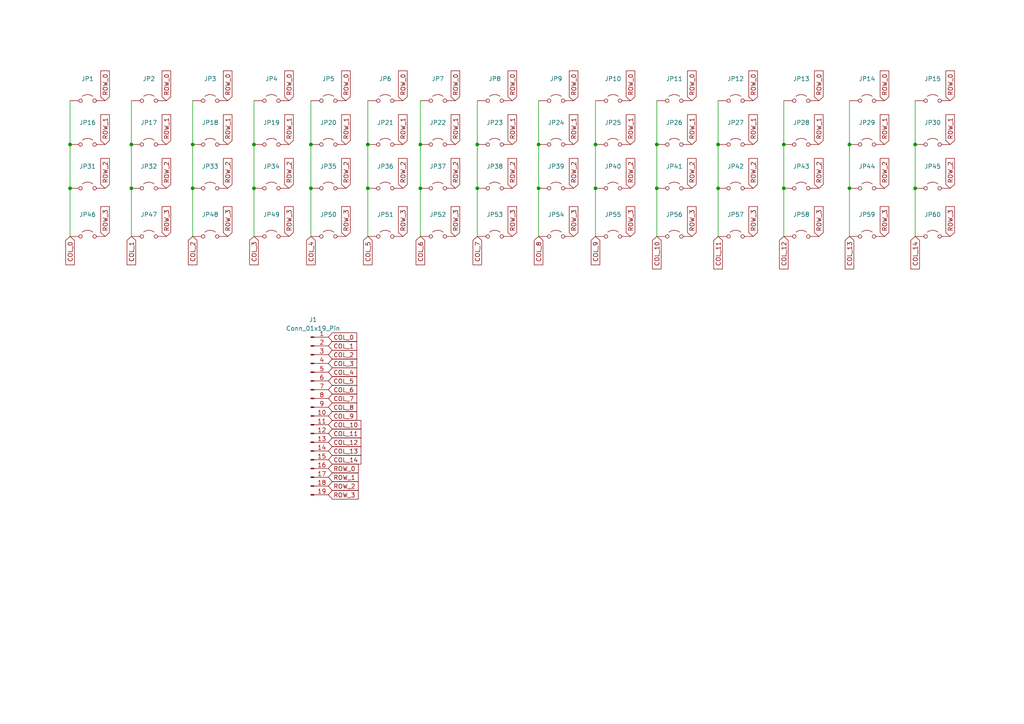
<source format=kicad_sch>
(kicad_sch (version 20250114) (generator "eeschema") (generator_version "9.0")
  (paper "A4")
  (lib_symbols
    (symbol "Connector:Conn_01x19_Pin" (pin_names (offset 1.016) (hide yes))
      (property "Reference" "J" (at 0 25.4 0))
      (property "Value" "Conn_01x19_Pin" (at 0 -25.4 0))
      (symbol "Conn_01x19_Pin_1_1"
        (rectangle (start 0.8636 22.987) (end 0 22.733) (stroke (width 0.1524)) (fill (type outline)))
        (rectangle (start 0.8636 20.447) (end 0 20.193) (stroke (width 0.1524)) (fill (type outline)))
        (rectangle (start 0.8636 17.907) (end 0 17.653) (stroke (width 0.1524)) (fill (type outline)))
        (rectangle (start 0.8636 15.367) (end 0 15.113) (stroke (width 0.1524)) (fill (type outline)))
        (rectangle (start 0.8636 12.827) (end 0 12.573) (stroke (width 0.1524)) (fill (type outline)))
        (rectangle (start 0.8636 10.287) (end 0 10.033) (stroke (width 0.1524)) (fill (type outline)))
        (rectangle (start 0.8636 7.747) (end 0 7.493) (stroke (width 0.1524)) (fill (type outline)))
        (rectangle (start 0.8636 5.207) (end 0 4.953) (stroke (width 0.1524)) (fill (type outline)))
        (rectangle (start 0.8636 2.667) (end 0 2.413) (stroke (width 0.1524)) (fill (type outline)))
        (rectangle (start 0.8636 0.127) (end 0 -0.127) (stroke (width 0.1524)) (fill (type outline)))
        (rectangle (start 0.8636 -2.413) (end 0 -2.667) (stroke (width 0.1524)) (fill (type outline)))
        (rectangle (start 0.8636 -4.953) (end 0 -5.207) (stroke (width 0.1524)) (fill (type outline)))
        (rectangle (start 0.8636 -7.493) (end 0 -7.747) (stroke (width 0.1524)) (fill (type outline)))
        (rectangle (start 0.8636 -10.033) (end 0 -10.287) (stroke (width 0.1524)) (fill (type outline)))
        (rectangle (start 0.8636 -12.573) (end 0 -12.827) (stroke (width 0.1524)) (fill (type outline)))
        (rectangle (start 0.8636 -15.113) (end 0 -15.367) (stroke (width 0.1524)) (fill (type outline)))
        (rectangle (start 0.8636 -17.653) (end 0 -17.907) (stroke (width 0.1524)) (fill (type outline)))
        (rectangle (start 0.8636 -20.193) (end 0 -20.447) (stroke (width 0.1524)) (fill (type outline)))
        (rectangle (start 0.8636 -22.733) (end 0 -22.987) (stroke (width 0.1524)) (fill (type outline)))
        (polyline (pts (xy 1.27 22.86) (xy 0.8636 22.86)) (stroke (width 0.1524)))
        (polyline (pts (xy 1.27 20.32) (xy 0.8636 20.32)) (stroke (width 0.1524)))
        (polyline (pts (xy 1.27 17.78) (xy 0.8636 17.78)) (stroke (width 0.1524)))
        (polyline (pts (xy 1.27 15.24) (xy 0.8636 15.24)) (stroke (width 0.1524)))
        (polyline (pts (xy 1.27 12.7) (xy 0.8636 12.7)) (stroke (width 0.1524)))
        (polyline (pts (xy 1.27 10.16) (xy 0.8636 10.16)) (stroke (width 0.1524)))
        (polyline (pts (xy 1.27 7.62) (xy 0.8636 7.62)) (stroke (width 0.1524)))
        (polyline (pts (xy 1.27 5.08) (xy 0.8636 5.08)) (stroke (width 0.1524)))
        (polyline (pts (xy 1.27 2.54) (xy 0.8636 2.54)) (stroke (width 0.1524)))
        (polyline (pts (xy 1.27 0) (xy 0.8636 0)) (stroke (width 0.1524)))
        (polyline (pts (xy 1.27 -2.54) (xy 0.8636 -2.54)) (stroke (width 0.1524)))
        (polyline (pts (xy 1.27 -5.08) (xy 0.8636 -5.08)) (stroke (width 0.1524)))
        (polyline (pts (xy 1.27 -7.62) (xy 0.8636 -7.62)) (stroke (width 0.1524)))
        (polyline (pts (xy 1.27 -10.16) (xy 0.8636 -10.16)) (stroke (width 0.1524)))
        (polyline (pts (xy 1.27 -12.7) (xy 0.8636 -12.7)) (stroke (width 0.1524)))
        (polyline (pts (xy 1.27 -15.24) (xy 0.8636 -15.24)) (stroke (width 0.1524)))
        (polyline (pts (xy 1.27 -17.78) (xy 0.8636 -17.78)) (stroke (width 0.1524)))
        (polyline (pts (xy 1.27 -20.32) (xy 0.8636 -20.32)) (stroke (width 0.1524)))
        (polyline (pts (xy 1.27 -22.86) (xy 0.8636 -22.86)) (stroke (width 0.1524)))
        (pin passive line (at 5.08 22.86 180) (length 3.81) (name "Pin_1") (number "1"))
        (pin passive line (at 5.08 20.32 180) (length 3.81) (name "Pin_2") (number "2"))
        (pin passive line (at 5.08 17.78 180) (length 3.81) (name "Pin_3") (number "3"))
        (pin passive line (at 5.08 15.24 180) (length 3.81) (name "Pin_4") (number "4"))
        (pin passive line (at 5.08 12.7 180) (length 3.81) (name "Pin_5") (number "5"))
        (pin passive line (at 5.08 10.16 180) (length 3.81) (name "Pin_6") (number "6"))
        (pin passive line (at 5.08 7.62 180) (length 3.81) (name "Pin_7") (number "7"))
        (pin passive line (at 5.08 5.08 180) (length 3.81) (name "Pin_8") (number "8"))
        (pin passive line (at 5.08 2.54 180) (length 3.81) (name "Pin_9") (number "9"))
        (pin passive line (at 5.08 0 180) (length 3.81) (name "Pin_10") (number "10"))
        (pin passive line (at 5.08 -2.54 180) (length 3.81) (name "Pin_11") (number "11"))
        (pin passive line (at 5.08 -5.08 180) (length 3.81) (name "Pin_12") (number "12"))
        (pin passive line (at 5.08 -7.62 180) (length 3.81) (name "Pin_13") (number "13"))
        (pin passive line (at 5.08 -10.16 180) (length 3.81) (name "Pin_14") (number "14"))
        (pin passive line (at 5.08 -12.7 180) (length 3.81) (name "Pin_15") (number "15"))
        (pin passive line (at 5.08 -15.24 180) (length 3.81) (name "Pin_16") (number "16"))
        (pin passive line (at 5.08 -17.78 180) (length 3.81) (name "Pin_17") (number "17"))
        (pin passive line (at 5.08 -20.32 180) (length 3.81) (name "Pin_18") (number "18"))
        (pin passive line (at 5.08 -22.86 180) (length 3.81) (name "Pin_19") (number "19"))
      )
    )
    (symbol "Jumper:Jumper_2_Open" (pin_numbers (hide yes)) (pin_names (offset 0) (hide yes))
      (property "Reference" "JP" (at 0 2.794 0))
      (property "Value" "Jumper_2_Open" (at 0 -2.286 0))
      (symbol "Jumper_2_Open_0_0"
        (circle (center -2.032 0) (radius 0.508))
        (circle (center 2.032 0) (radius 0.508))
      )
      (symbol "Jumper_2_Open_0_1"
        (arc (start -1.524 1.27) (mid 0 1.778) (end 1.524 1.27))
      )
      (symbol "Jumper_2_Open_1_1"
        (pin passive line (at -5.08 0 0) (length 2.54) (name "A") (number "1"))
        (pin passive line (at 5.08 0 180) (length 2.54) (name "B") (number "2"))
      )
    )
  )
  (junction (at 38.1 41.91))
  (junction (at 20.32 54.61))
  (junction (at 90.17 54.61))
  (junction (at 190.5 54.61))
  (junction (at 172.72 54.61))
  (junction (at 55.88 41.91))
  (junction (at 138.43 54.61))
  (junction (at 55.88 54.61))
  (junction (at 156.21 54.61))
  (junction (at 172.72 41.91))
  (junction (at 106.68 41.91))
  (junction (at 73.66 41.91))
  (junction (at 90.17 41.91))
  (junction (at 190.5 41.91))
  (junction (at 38.1 54.61))
  (junction (at 227.33 41.91))
  (junction (at 20.32 41.91))
  (junction (at 138.43 41.91))
  (junction (at 227.33 54.61))
  (junction (at 208.28 54.61))
  (junction (at 106.68 54.61))
  (junction (at 208.28 41.91))
  (junction (at 246.38 54.61))
  (junction (at 121.92 41.91))
  (junction (at 156.21 41.91))
  (junction (at 121.92 54.61))
  (junction (at 265.43 54.61))
  (junction (at 246.38 41.91))
  (junction (at 73.66 54.61))
  (junction (at 265.43 41.91))
  (wire (pts (xy 227.33 41.91) (xy 227.33 54.61)))
  (wire (pts (xy 190.5 54.61) (xy 190.5 68.58)))
  (wire (pts (xy 138.43 29.21) (xy 138.43 41.91)))
  (wire (pts (xy 190.5 29.21) (xy 190.5 41.91)))
  (wire (pts (xy 73.66 29.21) (xy 73.66 41.91)))
  (wire (pts (xy 265.43 41.91) (xy 265.43 54.61)))
  (wire (pts (xy 208.28 54.61) (xy 208.28 68.58)))
  (wire (pts (xy 156.21 41.91) (xy 156.21 54.61)))
  (wire (pts (xy 227.33 29.21) (xy 227.33 41.91)))
  (wire (pts (xy 121.92 54.61) (xy 121.92 68.58)))
  (wire (pts (xy 138.43 41.91) (xy 138.43 54.61)))
  (wire (pts (xy 38.1 29.21) (xy 38.1 41.91)))
  (wire (pts (xy 121.92 29.21) (xy 121.92 41.91)))
  (wire (pts (xy 90.17 29.21) (xy 90.17 41.91)))
  (wire (pts (xy 138.43 54.61) (xy 138.43 68.58)))
  (wire (pts (xy 55.88 29.21) (xy 55.88 41.91)))
  (wire (pts (xy 90.17 41.91) (xy 90.17 54.61)))
  (wire (pts (xy 156.21 29.21) (xy 156.21 41.91)))
  (wire (pts (xy 106.68 29.21) (xy 106.68 41.91)))
  (wire (pts (xy 38.1 54.61) (xy 38.1 68.58)))
  (wire (pts (xy 172.72 29.21) (xy 172.72 41.91)))
  (wire (pts (xy 90.17 54.61) (xy 90.17 68.58)))
  (wire (pts (xy 208.28 29.21) (xy 208.28 41.91)))
  (wire (pts (xy 20.32 29.21) (xy 20.32 41.91)))
  (wire (pts (xy 106.68 41.91) (xy 106.68 54.61)))
  (wire (pts (xy 106.68 54.61) (xy 106.68 68.58)))
  (wire (pts (xy 156.21 54.61) (xy 156.21 68.58)))
  (wire (pts (xy 73.66 41.91) (xy 73.66 54.61)))
  (wire (pts (xy 246.38 29.21) (xy 246.38 41.91)))
  (wire (pts (xy 38.1 41.91) (xy 38.1 54.61)))
  (wire (pts (xy 265.43 29.21) (xy 265.43 41.91)))
  (wire (pts (xy 227.33 54.61) (xy 227.33 68.58)))
  (wire (pts (xy 246.38 54.61) (xy 246.38 68.58)))
  (wire (pts (xy 73.66 54.61) (xy 73.66 68.58)))
  (wire (pts (xy 246.38 41.91) (xy 246.38 54.61)))
  (wire (pts (xy 190.5 41.91) (xy 190.5 54.61)))
  (wire (pts (xy 20.32 41.91) (xy 20.32 54.61)))
  (wire (pts (xy 121.92 41.91) (xy 121.92 54.61)))
  (wire (pts (xy 265.43 54.61) (xy 265.43 68.58)))
  (wire (pts (xy 20.32 54.61) (xy 20.32 68.58)))
  (wire (pts (xy 55.88 41.91) (xy 55.88 54.61)))
  (wire (pts (xy 172.72 54.61) (xy 172.72 68.58)))
  (wire (pts (xy 208.28 41.91) (xy 208.28 54.61)))
  (wire (pts (xy 172.72 41.91) (xy 172.72 54.61)))
  (wire (pts (xy 55.88 54.61) (xy 55.88 68.58)))
  (global_label "ROW_3" (shape input) (at 256.54 68.58 90) (property "Intersheetrefs" "${INTERSHEET_REFS}" (effects (hide yes))))
  (global_label "ROW_3" (shape input) (at 218.44 68.58 90) (property "Intersheetrefs" "${INTERSHEET_REFS}" (effects (hide yes))))
  (global_label "ROW_1" (shape input) (at 48.26 41.91 90) (property "Intersheetrefs" "${INTERSHEET_REFS}" (effects (hide yes))))
  (global_label "ROW_0" (shape input) (at 218.44 29.21 90) (property "Intersheetrefs" "${INTERSHEET_REFS}" (effects (hide yes))))
  (global_label "ROW_0" (shape input) (at 200.66 29.21 90) (property "Intersheetrefs" "${INTERSHEET_REFS}" (effects (hide yes))))
  (global_label "COL_5" (shape input) (at 106.68 68.58 270) (property "Intersheetrefs" "${INTERSHEET_REFS}" (effects (hide yes))))
  (global_label "ROW_2" (shape input) (at 237.49 54.61 90) (property "Intersheetrefs" "${INTERSHEET_REFS}" (effects (hide yes))))
  (global_label "COL_9" (shape input) (at 95.25 120.65 0) (property "Intersheetrefs" "${INTERSHEET_REFS}" (effects (hide yes))))
  (global_label "COL_2" (shape input) (at 95.25 102.87 0) (property "Intersheetrefs" "${INTERSHEET_REFS}" (effects (hide yes))))
  (global_label "ROW_1" (shape input) (at 30.48 41.91 90) (property "Intersheetrefs" "${INTERSHEET_REFS}" (effects (hide yes))))
  (global_label "COL_11" (shape input) (at 208.28 68.58 270) (property "Intersheetrefs" "${INTERSHEET_REFS}" (effects (hide yes))))
  (global_label "ROW_0" (shape input) (at 66.04 29.21 90) (property "Intersheetrefs" "${INTERSHEET_REFS}" (effects (hide yes))))
  (global_label "COL_5" (shape input) (at 95.25 110.49 0) (property "Intersheetrefs" "${INTERSHEET_REFS}" (effects (hide yes))))
  (global_label "ROW_0" (shape input) (at 48.26 29.21 90) (property "Intersheetrefs" "${INTERSHEET_REFS}" (effects (hide yes))))
  (global_label "ROW_2" (shape input) (at 100.33 54.61 90) (property "Intersheetrefs" "${INTERSHEET_REFS}" (effects (hide yes))))
  (global_label "ROW_2" (shape input) (at 166.37 54.61 90) (property "Intersheetrefs" "${INTERSHEET_REFS}" (effects (hide yes))))
  (global_label "ROW_3" (shape input) (at 66.04 68.58 90) (property "Intersheetrefs" "${INTERSHEET_REFS}" (effects (hide yes))))
  (global_label "ROW_3" (shape input) (at 237.49 68.58 90) (property "Intersheetrefs" "${INTERSHEET_REFS}" (effects (hide yes))))
  (global_label "ROW_1" (shape input) (at 182.88 41.91 90) (property "Intersheetrefs" "${INTERSHEET_REFS}" (effects (hide yes))))
  (global_label "ROW_0" (shape input) (at 166.37 29.21 90) (property "Intersheetrefs" "${INTERSHEET_REFS}" (effects (hide yes))))
  (global_label "ROW_2" (shape input) (at 256.54 54.61 90) (property "Intersheetrefs" "${INTERSHEET_REFS}" (effects (hide yes))))
  (global_label "COL_4" (shape input) (at 95.25 107.95 0) (property "Intersheetrefs" "${INTERSHEET_REFS}" (effects (hide yes))))
  (global_label "ROW_2" (shape input) (at 66.04 54.61 90) (property "Intersheetrefs" "${INTERSHEET_REFS}" (effects (hide yes))))
  (global_label "ROW_1" (shape input) (at 95.25 138.43 0) (property "Intersheetrefs" "${INTERSHEET_REFS}" (effects (hide yes))))
  (global_label "ROW_3" (shape input) (at 48.26 68.58 90) (property "Intersheetrefs" "${INTERSHEET_REFS}" (effects (hide yes))))
  (global_label "ROW_1" (shape input) (at 66.04 41.91 90) (property "Intersheetrefs" "${INTERSHEET_REFS}" (effects (hide yes))))
  (global_label "ROW_1" (shape input) (at 148.59 41.91 90) (property "Intersheetrefs" "${INTERSHEET_REFS}" (effects (hide yes))))
  (global_label "ROW_3" (shape input) (at 148.59 68.58 90) (property "Intersheetrefs" "${INTERSHEET_REFS}" (effects (hide yes))))
  (global_label "COL_0" (shape input) (at 20.32 68.58 270) (property "Intersheetrefs" "${INTERSHEET_REFS}" (effects (hide yes))))
  (global_label "ROW_1" (shape input) (at 166.37 41.91 90) (property "Intersheetrefs" "${INTERSHEET_REFS}" (effects (hide yes))))
  (global_label "ROW_2" (shape input) (at 218.44 54.61 90) (property "Intersheetrefs" "${INTERSHEET_REFS}" (effects (hide yes))))
  (global_label "ROW_2" (shape input) (at 200.66 54.61 90) (property "Intersheetrefs" "${INTERSHEET_REFS}" (effects (hide yes))))
  (global_label "COL_3" (shape input) (at 95.25 105.41 0) (property "Intersheetrefs" "${INTERSHEET_REFS}" (effects (hide yes))))
  (global_label "ROW_1" (shape input) (at 200.66 41.91 90) (property "Intersheetrefs" "${INTERSHEET_REFS}" (effects (hide yes))))
  (global_label "ROW_1" (shape input) (at 237.49 41.91 90) (property "Intersheetrefs" "${INTERSHEET_REFS}" (effects (hide yes))))
  (global_label "COL_0" (shape input) (at 95.25 97.79 0) (property "Intersheetrefs" "${INTERSHEET_REFS}" (effects (hide yes))))
  (global_label "ROW_3" (shape input) (at 132.08 68.58 90) (property "Intersheetrefs" "${INTERSHEET_REFS}" (effects (hide yes))))
  (global_label "ROW_0" (shape input) (at 148.59 29.21 90) (property "Intersheetrefs" "${INTERSHEET_REFS}" (effects (hide yes))))
  (global_label "COL_3" (shape input) (at 73.66 68.58 270) (property "Intersheetrefs" "${INTERSHEET_REFS}" (effects (hide yes))))
  (global_label "COL_6" (shape input) (at 121.92 68.58 270) (property "Intersheetrefs" "${INTERSHEET_REFS}" (effects (hide yes))))
  (global_label "ROW_1" (shape input) (at 256.54 41.91 90) (property "Intersheetrefs" "${INTERSHEET_REFS}" (effects (hide yes))))
  (global_label "COL_10" (shape input) (at 190.5 68.58 270) (property "Intersheetrefs" "${INTERSHEET_REFS}" (effects (hide yes))))
  (global_label "COL_1" (shape input) (at 38.1 68.58 270) (property "Intersheetrefs" "${INTERSHEET_REFS}" (effects (hide yes))))
  (global_label "ROW_1" (shape input) (at 218.44 41.91 90) (property "Intersheetrefs" "${INTERSHEET_REFS}" (effects (hide yes))))
  (global_label "ROW_0" (shape input) (at 83.82 29.21 90) (property "Intersheetrefs" "${INTERSHEET_REFS}" (effects (hide yes))))
  (global_label "COL_11" (shape input) (at 95.25 125.73 0) (property "Intersheetrefs" "${INTERSHEET_REFS}" (effects (hide yes))))
  (global_label "ROW_2" (shape input) (at 30.48 54.61 90) (property "Intersheetrefs" "${INTERSHEET_REFS}" (effects (hide yes))))
  (global_label "ROW_2" (shape input) (at 148.59 54.61 90) (property "Intersheetrefs" "${INTERSHEET_REFS}" (effects (hide yes))))
  (global_label "COL_6" (shape input) (at 95.25 113.03 0) (property "Intersheetrefs" "${INTERSHEET_REFS}" (effects (hide yes))))
  (global_label "ROW_2" (shape input) (at 132.08 54.61 90) (property "Intersheetrefs" "${INTERSHEET_REFS}" (effects (hide yes))))
  (global_label "ROW_3" (shape input) (at 83.82 68.58 90) (property "Intersheetrefs" "${INTERSHEET_REFS}" (effects (hide yes))))
  (global_label "ROW_0" (shape input) (at 30.48 29.21 90) (property "Intersheetrefs" "${INTERSHEET_REFS}" (effects (hide yes))))
  (global_label "ROW_0" (shape input) (at 100.33 29.21 90) (property "Intersheetrefs" "${INTERSHEET_REFS}" (effects (hide yes))))
  (global_label "ROW_2" (shape input) (at 275.59 54.61 90) (property "Intersheetrefs" "${INTERSHEET_REFS}" (effects (hide yes))))
  (global_label "COL_4" (shape input) (at 90.17 68.58 270) (property "Intersheetrefs" "${INTERSHEET_REFS}" (effects (hide yes))))
  (global_label "COL_14" (shape input) (at 265.43 68.58 270) (property "Intersheetrefs" "${INTERSHEET_REFS}" (effects (hide yes))))
  (global_label "ROW_0" (shape input) (at 256.54 29.21 90) (property "Intersheetrefs" "${INTERSHEET_REFS}" (effects (hide yes))))
  (global_label "COL_9" (shape input) (at 172.72 68.58 270) (property "Intersheetrefs" "${INTERSHEET_REFS}" (effects (hide yes))))
  (global_label "ROW_0" (shape input) (at 116.84 29.21 90) (property "Intersheetrefs" "${INTERSHEET_REFS}" (effects (hide yes))))
  (global_label "ROW_3" (shape input) (at 30.48 68.58 90) (property "Intersheetrefs" "${INTERSHEET_REFS}" (effects (hide yes))))
  (global_label "ROW_0" (shape input) (at 237.49 29.21 90) (property "Intersheetrefs" "${INTERSHEET_REFS}" (effects (hide yes))))
  (global_label "COL_2" (shape input) (at 55.88 68.58 270) (property "Intersheetrefs" "${INTERSHEET_REFS}" (effects (hide yes))))
  (global_label "ROW_2" (shape input) (at 48.26 54.61 90) (property "Intersheetrefs" "${INTERSHEET_REFS}" (effects (hide yes))))
  (global_label "COL_8" (shape input) (at 156.21 68.58 270) (property "Intersheetrefs" "${INTERSHEET_REFS}" (effects (hide yes))))
  (global_label "ROW_2" (shape input) (at 83.82 54.61 90) (property "Intersheetrefs" "${INTERSHEET_REFS}" (effects (hide yes))))
  (global_label "ROW_2" (shape input) (at 95.25 140.97 0) (property "Intersheetrefs" "${INTERSHEET_REFS}" (effects (hide yes))))
  (global_label "ROW_1" (shape input) (at 116.84 41.91 90) (property "Intersheetrefs" "${INTERSHEET_REFS}" (effects (hide yes))))
  (global_label "COL_1" (shape input) (at 95.25 100.33 0) (property "Intersheetrefs" "${INTERSHEET_REFS}" (effects (hide yes))))
  (global_label "ROW_0" (shape input) (at 182.88 29.21 90) (property "Intersheetrefs" "${INTERSHEET_REFS}" (effects (hide yes))))
  (global_label "ROW_2" (shape input) (at 116.84 54.61 90) (property "Intersheetrefs" "${INTERSHEET_REFS}" (effects (hide yes))))
  (global_label "ROW_3" (shape input) (at 182.88 68.58 90) (property "Intersheetrefs" "${INTERSHEET_REFS}" (effects (hide yes))))
  (global_label "COL_7" (shape input) (at 138.43 68.58 270) (property "Intersheetrefs" "${INTERSHEET_REFS}" (effects (hide yes))))
  (global_label "ROW_1" (shape input) (at 100.33 41.91 90) (property "Intersheetrefs" "${INTERSHEET_REFS}" (effects (hide yes))))
  (global_label "ROW_3" (shape input) (at 95.25 143.51 0) (property "Intersheetrefs" "${INTERSHEET_REFS}" (effects (hide yes))))
  (global_label "ROW_3" (shape input) (at 166.37 68.58 90) (property "Intersheetrefs" "${INTERSHEET_REFS}" (effects (hide yes))))
  (global_label "ROW_0" (shape input) (at 95.25 135.89 0) (property "Intersheetrefs" "${INTERSHEET_REFS}" (effects (hide yes))))
  (global_label "COL_12" (shape input) (at 227.33 68.58 270) (property "Intersheetrefs" "${INTERSHEET_REFS}" (effects (hide yes))))
  (global_label "ROW_3" (shape input) (at 275.59 68.58 90) (property "Intersheetrefs" "${INTERSHEET_REFS}" (effects (hide yes))))
  (global_label "ROW_0" (shape input) (at 275.59 29.21 90) (property "Intersheetrefs" "${INTERSHEET_REFS}" (effects (hide yes))))
  (global_label "COL_7" (shape input) (at 95.25 115.57 0) (property "Intersheetrefs" "${INTERSHEET_REFS}" (effects (hide yes))))
  (global_label "ROW_2" (shape input) (at 182.88 54.61 90) (property "Intersheetrefs" "${INTERSHEET_REFS}" (effects (hide yes))))
  (global_label "COL_13" (shape input) (at 95.25 130.81 0) (property "Intersheetrefs" "${INTERSHEET_REFS}" (effects (hide yes))))
  (global_label "ROW_3" (shape input) (at 200.66 68.58 90) (property "Intersheetrefs" "${INTERSHEET_REFS}" (effects (hide yes))))
  (global_label "COL_13" (shape input) (at 246.38 68.58 270) (property "Intersheetrefs" "${INTERSHEET_REFS}" (effects (hide yes))))
  (global_label "COL_14" (shape input) (at 95.25 133.35 0) (property "Intersheetrefs" "${INTERSHEET_REFS}" (effects (hide yes))))
  (global_label "ROW_3" (shape input) (at 116.84 68.58 90) (property "Intersheetrefs" "${INTERSHEET_REFS}" (effects (hide yes))))
  (global_label "ROW_0" (shape input) (at 132.08 29.21 90) (property "Intersheetrefs" "${INTERSHEET_REFS}" (effects (hide yes))))
  (global_label "ROW_1" (shape input) (at 83.82 41.91 90) (property "Intersheetrefs" "${INTERSHEET_REFS}" (effects (hide yes))))
  (global_label "ROW_3" (shape input) (at 100.33 68.58 90) (property "Intersheetrefs" "${INTERSHEET_REFS}" (effects (hide yes))))
  (global_label "ROW_1" (shape input) (at 132.08 41.91 90) (property "Intersheetrefs" "${INTERSHEET_REFS}" (effects (hide yes))))
  (global_label "ROW_1" (shape input) (at 275.59 41.91 90) (property "Intersheetrefs" "${INTERSHEET_REFS}" (effects (hide yes))))
  (global_label "COL_10" (shape input) (at 95.25 123.19 0) (property "Intersheetrefs" "${INTERSHEET_REFS}" (effects (hide yes))))
  (global_label "COL_8" (shape input) (at 95.25 118.11 0) (property "Intersheetrefs" "${INTERSHEET_REFS}" (effects (hide yes))))
  (global_label "COL_12" (shape input) (at 95.25 128.27 0) (property "Intersheetrefs" "${INTERSHEET_REFS}" (effects (hide yes))))
  (symbol (lib_id "Jumper:Jumper_2_Open") (at 78.74 29.21 0) (unit 1)
    (property "Reference" "JP4" (at 78.74 22.86 0))
    (property "Value" "Jumper_2_Open" (effects (hide yes)))
    (property "Footprint" "FlexSensorFootprint:10mmPad" (effects (hide yes)))
    (property "Description" "Jumper, 2-pole, open" (effects (hide yes)))
  )
  (symbol (lib_id "Jumper:Jumper_2_Open") (at 177.8 29.21 0) (unit 1)
    (property "Reference" "JP10" (at 177.8 22.86 0))
    (property "Value" "Jumper_2_Open" (effects (hide yes)))
    (property "Footprint" "FlexSensorFootprint:10mmPad" (effects (hide yes)))
    (property "Description" "Jumper, 2-pole, open" (effects (hide yes)))
  )
  (symbol (lib_id "Jumper:Jumper_2_Open") (at 161.29 29.21 0) (unit 1)
    (property "Reference" "JP9" (at 161.29 22.86 0))
    (property "Value" "Jumper_2_Open" (effects (hide yes)))
    (property "Footprint" "FlexSensorFootprint:10mmPad" (effects (hide yes)))
    (property "Description" "Jumper, 2-pole, open" (effects (hide yes)))
  )
  (symbol (lib_id "Jumper:Jumper_2_Open") (at 127 29.21 0) (unit 1)
    (property "Reference" "JP7" (at 127 22.86 0))
    (property "Value" "Jumper_2_Open" (effects (hide yes)))
    (property "Footprint" "FlexSensorFootprint:10mmPad" (effects (hide yes)))
    (property "Description" "Jumper, 2-pole, open" (effects (hide yes)))
  )
  (symbol (lib_id "Jumper:Jumper_2_Open") (at 213.36 68.58 0) (unit 1)
    (property "Reference" "JP57" (at 213.36 62.23 0))
    (property "Value" "Jumper_2_Open" (effects (hide yes)))
    (property "Footprint" "FlexSensorFootprint:10mmPad" (effects (hide yes)))
    (property "Description" "Jumper, 2-pole, open" (effects (hide yes)))
  )
  (symbol (lib_id "Jumper:Jumper_2_Open") (at 111.76 68.58 0) (unit 1)
    (property "Reference" "JP51" (at 111.76 62.23 0))
    (property "Value" "Jumper_2_Open" (effects (hide yes)))
    (property "Footprint" "FlexSensorFootprint:10mmPad" (effects (hide yes)))
    (property "Description" "Jumper, 2-pole, open" (effects (hide yes)))
  )
  (symbol (lib_id "Jumper:Jumper_2_Open") (at 143.51 41.91 0) (unit 1)
    (property "Reference" "JP23" (at 143.51 35.56 0))
    (property "Value" "Jumper_2_Open" (effects (hide yes)))
    (property "Footprint" "FlexSensorFootprint:10mmPad" (effects (hide yes)))
    (property "Description" "Jumper, 2-pole, open" (effects (hide yes)))
  )
  (symbol (lib_id "Jumper:Jumper_2_Open") (at 95.25 54.61 0) (unit 1)
    (property "Reference" "JP35" (at 95.25 48.26 0))
    (property "Value" "Jumper_2_Open" (effects (hide yes)))
    (property "Footprint" "FlexSensorFootprint:10mmPad" (effects (hide yes)))
    (property "Description" "Jumper, 2-pole, open" (effects (hide yes)))
  )
  (symbol (lib_id "Jumper:Jumper_2_Open") (at 95.25 68.58 0) (unit 1)
    (property "Reference" "JP50" (at 95.25 62.23 0))
    (property "Value" "Jumper_2_Open" (effects (hide yes)))
    (property "Footprint" "FlexSensorFootprint:10mmPad" (effects (hide yes)))
    (property "Description" "Jumper, 2-pole, open" (effects (hide yes)))
  )
  (symbol (lib_id "Jumper:Jumper_2_Open") (at 251.46 41.91 0) (unit 1)
    (property "Reference" "JP29" (at 251.46 35.56 0))
    (property "Value" "Jumper_2_Open" (effects (hide yes)))
    (property "Footprint" "FlexSensorFootprint:10mmPad" (effects (hide yes)))
    (property "Description" "Jumper, 2-pole, open" (effects (hide yes)))
  )
  (symbol (lib_id "Jumper:Jumper_2_Open") (at 232.41 41.91 0) (unit 1)
    (property "Reference" "JP28" (at 232.41 35.56 0))
    (property "Value" "Jumper_2_Open" (effects (hide yes)))
    (property "Footprint" "FlexSensorFootprint:10mmPad" (effects (hide yes)))
    (property "Description" "Jumper, 2-pole, open" (effects (hide yes)))
  )
  (symbol (lib_id "Jumper:Jumper_2_Open") (at 111.76 41.91 0) (unit 1)
    (property "Reference" "JP21" (at 111.76 35.56 0))
    (property "Value" "Jumper_2_Open" (effects (hide yes)))
    (property "Footprint" "FlexSensorFootprint:10mmPad" (effects (hide yes)))
    (property "Description" "Jumper, 2-pole, open" (effects (hide yes)))
  )
  (symbol (lib_id "Jumper:Jumper_2_Open") (at 161.29 54.61 0) (unit 1)
    (property "Reference" "JP39" (at 161.29 48.26 0))
    (property "Value" "Jumper_2_Open" (effects (hide yes)))
    (property "Footprint" "FlexSensorFootprint:10mmPad" (effects (hide yes)))
    (property "Description" "Jumper, 2-pole, open" (effects (hide yes)))
  )
  (symbol (lib_id "Jumper:Jumper_2_Open") (at 177.8 68.58 0) (unit 1)
    (property "Reference" "JP55" (at 177.8 62.23 0))
    (property "Value" "Jumper_2_Open" (effects (hide yes)))
    (property "Footprint" "FlexSensorFootprint:10mmPad" (effects (hide yes)))
    (property "Description" "Jumper, 2-pole, open" (effects (hide yes)))
  )
  (symbol (lib_id "Jumper:Jumper_2_Open") (at 251.46 54.61 0) (unit 1)
    (property "Reference" "JP44" (at 251.46 48.26 0))
    (property "Value" "Jumper_2_Open" (effects (hide yes)))
    (property "Footprint" "FlexSensorFootprint:10mmPad" (effects (hide yes)))
    (property "Description" "Jumper, 2-pole, open" (effects (hide yes)))
  )
  (symbol (lib_id "Connector:Conn_01x19_Pin") (at 90.17 120.65 0) (unit 1)
    (property "Reference" "J1" (at 90.805 92.71 0))
    (property "Value" "Conn_01x19_Pin" (at 90.805 95.25 0))
    (property "Footprint" "OpenMuscleDevKit:Male-FFC-FPCHirose_FH12-19S-0.5SH_1x19-1MP_P0.50mm" (effects (hide yes)))
    (property "Description" "Generic connector, single row, 01x19, script generated" (effects (hide yes)))
  )
  (symbol (lib_id "Jumper:Jumper_2_Open") (at 195.58 29.21 0) (unit 1)
    (property "Reference" "JP11" (at 195.58 22.86 0))
    (property "Value" "Jumper_2_Open" (effects (hide yes)))
    (property "Footprint" "FlexSensorFootprint:10mmPad" (effects (hide yes)))
    (property "Description" "Jumper, 2-pole, open" (effects (hide yes)))
  )
  (symbol (lib_id "Jumper:Jumper_2_Open") (at 25.4 68.58 0) (unit 1)
    (property "Reference" "JP46" (at 25.4 62.23 0))
    (property "Value" "Jumper_2_Open" (effects (hide yes)))
    (property "Footprint" "FlexSensorFootprint:10mmPad" (effects (hide yes)))
    (property "Description" "Jumper, 2-pole, open" (effects (hide yes)))
  )
  (symbol (lib_id "Jumper:Jumper_2_Open") (at 25.4 54.61 0) (unit 1)
    (property "Reference" "JP31" (at 25.4 48.26 0))
    (property "Value" "Jumper_2_Open" (effects (hide yes)))
    (property "Footprint" "FlexSensorFootprint:10mmPad" (effects (hide yes)))
    (property "Description" "Jumper, 2-pole, open" (effects (hide yes)))
  )
  (symbol (lib_id "Jumper:Jumper_2_Open") (at 127 54.61 0) (unit 1)
    (property "Reference" "JP37" (at 127 48.26 0))
    (property "Value" "Jumper_2_Open" (effects (hide yes)))
    (property "Footprint" "FlexSensorFootprint:10mmPad" (effects (hide yes)))
    (property "Description" "Jumper, 2-pole, open" (effects (hide yes)))
  )
  (symbol (lib_id "Jumper:Jumper_2_Open") (at 143.51 54.61 0) (unit 1)
    (property "Reference" "JP38" (at 143.51 48.26 0))
    (property "Value" "Jumper_2_Open" (effects (hide yes)))
    (property "Footprint" "FlexSensorFootprint:10mmPad" (effects (hide yes)))
    (property "Description" "Jumper, 2-pole, open" (effects (hide yes)))
  )
  (symbol (lib_id "Jumper:Jumper_2_Open") (at 127 68.58 0) (unit 1)
    (property "Reference" "JP52" (at 127 62.23 0))
    (property "Value" "Jumper_2_Open" (effects (hide yes)))
    (property "Footprint" "FlexSensorFootprint:10mmPad" (effects (hide yes)))
    (property "Description" "Jumper, 2-pole, open" (effects (hide yes)))
  )
  (symbol (lib_id "Jumper:Jumper_2_Open") (at 60.96 41.91 0) (unit 1)
    (property "Reference" "JP18" (at 60.96 35.56 0))
    (property "Value" "Jumper_2_Open" (effects (hide yes)))
    (property "Footprint" "FlexSensorFootprint:10mmPad" (effects (hide yes)))
    (property "Description" "Jumper, 2-pole, open" (effects (hide yes)))
  )
  (symbol (lib_id "Jumper:Jumper_2_Open") (at 232.41 68.58 0) (unit 1)
    (property "Reference" "JP58" (at 232.41 62.23 0))
    (property "Value" "Jumper_2_Open" (effects (hide yes)))
    (property "Footprint" "FlexSensorFootprint:10mmPad" (effects (hide yes)))
    (property "Description" "Jumper, 2-pole, open" (effects (hide yes)))
  )
  (symbol (lib_id "Jumper:Jumper_2_Open") (at 60.96 68.58 0) (unit 1)
    (property "Reference" "JP48" (at 60.96 62.23 0))
    (property "Value" "Jumper_2_Open" (effects (hide yes)))
    (property "Footprint" "FlexSensorFootprint:10mmPad" (effects (hide yes)))
    (property "Description" "Jumper, 2-pole, open" (effects (hide yes)))
  )
  (symbol (lib_id "Jumper:Jumper_2_Open") (at 78.74 68.58 0) (unit 1)
    (property "Reference" "JP49" (at 78.74 62.23 0))
    (property "Value" "Jumper_2_Open" (effects (hide yes)))
    (property "Footprint" "FlexSensorFootprint:10mmPad" (effects (hide yes)))
    (property "Description" "Jumper, 2-pole, open" (effects (hide yes)))
  )
  (symbol (lib_id "Jumper:Jumper_2_Open") (at 213.36 29.21 0) (unit 1)
    (property "Reference" "JP12" (at 213.36 22.86 0))
    (property "Value" "Jumper_2_Open" (effects (hide yes)))
    (property "Footprint" "FlexSensorFootprint:10mmPad" (effects (hide yes)))
    (property "Description" "Jumper, 2-pole, open" (effects (hide yes)))
  )
  (symbol (lib_id "Jumper:Jumper_2_Open") (at 213.36 41.91 0) (unit 1)
    (property "Reference" "JP27" (at 213.36 35.56 0))
    (property "Value" "Jumper_2_Open" (effects (hide yes)))
    (property "Footprint" "FlexSensorFootprint:10mmPad" (effects (hide yes)))
    (property "Description" "Jumper, 2-pole, open" (effects (hide yes)))
  )
  (symbol (lib_id "Jumper:Jumper_2_Open") (at 232.41 29.21 0) (unit 1)
    (property "Reference" "JP13" (at 232.41 22.86 0))
    (property "Value" "Jumper_2_Open" (effects (hide yes)))
    (property "Footprint" "FlexSensorFootprint:10mmPad" (effects (hide yes)))
    (property "Description" "Jumper, 2-pole, open" (effects (hide yes)))
  )
  (symbol (lib_id "Jumper:Jumper_2_Open") (at 232.41 54.61 0) (unit 1)
    (property "Reference" "JP43" (at 232.41 48.26 0))
    (property "Value" "Jumper_2_Open" (effects (hide yes)))
    (property "Footprint" "FlexSensorFootprint:10mmPad" (effects (hide yes)))
    (property "Description" "Jumper, 2-pole, open" (effects (hide yes)))
  )
  (symbol (lib_id "Jumper:Jumper_2_Open") (at 195.58 41.91 0) (unit 1)
    (property "Reference" "JP26" (at 195.58 35.56 0))
    (property "Value" "Jumper_2_Open" (effects (hide yes)))
    (property "Footprint" "FlexSensorFootprint:10mmPad" (effects (hide yes)))
    (property "Description" "Jumper, 2-pole, open" (effects (hide yes)))
  )
  (symbol (lib_id "Jumper:Jumper_2_Open") (at 270.51 29.21 0) (unit 1)
    (property "Reference" "JP15" (at 270.51 22.86 0))
    (property "Value" "Jumper_2_Open" (effects (hide yes)))
    (property "Footprint" "FlexSensorFootprint:10mmPad" (effects (hide yes)))
    (property "Description" "Jumper, 2-pole, open" (effects (hide yes)))
  )
  (symbol (lib_id "Jumper:Jumper_2_Open") (at 177.8 41.91 0) (unit 1)
    (property "Reference" "JP25" (at 177.8 35.56 0))
    (property "Value" "Jumper_2_Open" (effects (hide yes)))
    (property "Footprint" "FlexSensorFootprint:10mmPad" (effects (hide yes)))
    (property "Description" "Jumper, 2-pole, open" (effects (hide yes)))
  )
  (symbol (lib_id "Jumper:Jumper_2_Open") (at 78.74 41.91 0) (unit 1)
    (property "Reference" "JP19" (at 78.74 35.56 0))
    (property "Value" "Jumper_2_Open" (effects (hide yes)))
    (property "Footprint" "FlexSensorFootprint:10mmPad" (effects (hide yes)))
    (property "Description" "Jumper, 2-pole, open" (effects (hide yes)))
  )
  (symbol (lib_id "Jumper:Jumper_2_Open") (at 111.76 54.61 0) (unit 1)
    (property "Reference" "JP36" (at 111.76 48.26 0))
    (property "Value" "Jumper_2_Open" (effects (hide yes)))
    (property "Footprint" "FlexSensorFootprint:10mmPad" (effects (hide yes)))
    (property "Description" "Jumper, 2-pole, open" (effects (hide yes)))
  )
  (symbol (lib_id "Jumper:Jumper_2_Open") (at 270.51 68.58 0) (unit 1)
    (property "Reference" "JP60" (at 270.51 62.23 0))
    (property "Value" "Jumper_2_Open" (effects (hide yes)))
    (property "Footprint" "FlexSensorFootprint:10mmPad" (effects (hide yes)))
    (property "Description" "Jumper, 2-pole, open" (effects (hide yes)))
  )
  (symbol (lib_id "Jumper:Jumper_2_Open") (at 95.25 29.21 0) (unit 1)
    (property "Reference" "JP5" (at 95.25 22.86 0))
    (property "Value" "Jumper_2_Open" (effects (hide yes)))
    (property "Footprint" "FlexSensorFootprint:10mmPad" (effects (hide yes)))
    (property "Description" "Jumper, 2-pole, open" (effects (hide yes)))
  )
  (symbol (lib_id "Jumper:Jumper_2_Open") (at 127 41.91 0) (unit 1)
    (property "Reference" "JP22" (at 127 35.56 0))
    (property "Value" "Jumper_2_Open" (effects (hide yes)))
    (property "Footprint" "FlexSensorFootprint:10mmPad" (effects (hide yes)))
    (property "Description" "Jumper, 2-pole, open" (effects (hide yes)))
  )
  (symbol (lib_id "Jumper:Jumper_2_Open") (at 43.18 29.21 0) (unit 1)
    (property "Reference" "JP2" (at 43.18 22.86 0))
    (property "Value" "Jumper_2_Open" (effects (hide yes)))
    (property "Footprint" "FlexSensorFootprint:10mmPad" (effects (hide yes)))
    (property "Description" "Jumper, 2-pole, open" (effects (hide yes)))
  )
  (symbol (lib_id "Jumper:Jumper_2_Open") (at 111.76 29.21 0) (unit 1)
    (property "Reference" "JP6" (at 111.76 22.86 0))
    (property "Value" "Jumper_2_Open" (effects (hide yes)))
    (property "Footprint" "FlexSensorFootprint:10mmPad" (effects (hide yes)))
    (property "Description" "Jumper, 2-pole, open" (effects (hide yes)))
  )
  (symbol (lib_id "Jumper:Jumper_2_Open") (at 143.51 68.58 0) (unit 1)
    (property "Reference" "JP53" (at 143.51 62.23 0))
    (property "Value" "Jumper_2_Open" (effects (hide yes)))
    (property "Footprint" "FlexSensorFootprint:10mmPad" (effects (hide yes)))
    (property "Description" "Jumper, 2-pole, open" (effects (hide yes)))
  )
  (symbol (lib_id "Jumper:Jumper_2_Open") (at 78.74 54.61 0) (unit 1)
    (property "Reference" "JP34" (at 78.74 48.26 0))
    (property "Value" "Jumper_2_Open" (effects (hide yes)))
    (property "Footprint" "FlexSensorFootprint:10mmPad" (effects (hide yes)))
    (property "Description" "Jumper, 2-pole, open" (effects (hide yes)))
  )
  (symbol (lib_id "Jumper:Jumper_2_Open") (at 43.18 54.61 0) (unit 1)
    (property "Reference" "JP32" (at 43.18 48.26 0))
    (property "Value" "Jumper_2_Open" (effects (hide yes)))
    (property "Footprint" "FlexSensorFootprint:10mmPad" (effects (hide yes)))
    (property "Description" "Jumper, 2-pole, open" (effects (hide yes)))
  )
  (symbol (lib_id "Jumper:Jumper_2_Open") (at 25.4 41.91 0) (unit 1)
    (property "Reference" "JP16" (at 25.4 35.56 0))
    (property "Value" "Jumper_2_Open" (effects (hide yes)))
    (property "Footprint" "FlexSensorFootprint:10mmPad" (effects (hide yes)))
    (property "Description" "Jumper, 2-pole, open" (effects (hide yes)))
  )
  (symbol (lib_id "Jumper:Jumper_2_Open") (at 43.18 68.58 0) (unit 1)
    (property "Reference" "JP47" (at 43.18 62.23 0))
    (property "Value" "Jumper_2_Open" (effects (hide yes)))
    (property "Footprint" "FlexSensorFootprint:10mmPad" (effects (hide yes)))
    (property "Description" "Jumper, 2-pole, open" (effects (hide yes)))
  )
  (symbol (lib_id "Jumper:Jumper_2_Open") (at 161.29 68.58 0) (unit 1)
    (property "Reference" "JP54" (at 161.29 62.23 0))
    (property "Value" "Jumper_2_Open" (effects (hide yes)))
    (property "Footprint" "FlexSensorFootprint:10mmPad" (effects (hide yes)))
    (property "Description" "Jumper, 2-pole, open" (effects (hide yes)))
  )
  (symbol (lib_id "Jumper:Jumper_2_Open") (at 270.51 41.91 0) (unit 1)
    (property "Reference" "JP30" (at 270.51 35.56 0))
    (property "Value" "Jumper_2_Open" (effects (hide yes)))
    (property "Footprint" "FlexSensorFootprint:10mmPad" (effects (hide yes)))
    (property "Description" "Jumper, 2-pole, open" (effects (hide yes)))
  )
  (symbol (lib_id "Jumper:Jumper_2_Open") (at 213.36 54.61 0) (unit 1)
    (property "Reference" "JP42" (at 213.36 48.26 0))
    (property "Value" "Jumper_2_Open" (effects (hide yes)))
    (property "Footprint" "FlexSensorFootprint:10mmPad" (effects (hide yes)))
    (property "Description" "Jumper, 2-pole, open" (effects (hide yes)))
  )
  (symbol (lib_id "Jumper:Jumper_2_Open") (at 143.51 29.21 0) (unit 1)
    (property "Reference" "JP8" (at 143.51 22.86 0))
    (property "Value" "Jumper_2_Open" (effects (hide yes)))
    (property "Footprint" "FlexSensorFootprint:10mmPad" (effects (hide yes)))
    (property "Description" "Jumper, 2-pole, open" (effects (hide yes)))
  )
  (symbol (lib_id "Jumper:Jumper_2_Open") (at 270.51 54.61 0) (unit 1)
    (property "Reference" "JP45" (at 270.51 48.26 0))
    (property "Value" "Jumper_2_Open" (effects (hide yes)))
    (property "Footprint" "FlexSensorFootprint:10mmPad" (effects (hide yes)))
    (property "Description" "Jumper, 2-pole, open" (effects (hide yes)))
  )
  (symbol (lib_id "Jumper:Jumper_2_Open") (at 251.46 68.58 0) (unit 1)
    (property "Reference" "JP59" (at 251.46 62.23 0))
    (property "Value" "Jumper_2_Open" (effects (hide yes)))
    (property "Footprint" "FlexSensorFootprint:10mmPad" (effects (hide yes)))
    (property "Description" "Jumper, 2-pole, open" (effects (hide yes)))
  )
  (symbol (lib_id "Jumper:Jumper_2_Open") (at 95.25 41.91 0) (unit 1)
    (property "Reference" "JP20" (at 95.25 35.56 0))
    (property "Value" "Jumper_2_Open" (effects (hide yes)))
    (property "Footprint" "FlexSensorFootprint:10mmPad" (effects (hide yes)))
    (property "Description" "Jumper, 2-pole, open" (effects (hide yes)))
  )
  (symbol (lib_id "Jumper:Jumper_2_Open") (at 195.58 54.61 0) (unit 1)
    (property "Reference" "JP41" (at 195.58 48.26 0))
    (property "Value" "Jumper_2_Open" (effects (hide yes)))
    (property "Footprint" "FlexSensorFootprint:10mmPad" (effects (hide yes)))
    (property "Description" "Jumper, 2-pole, open" (effects (hide yes)))
  )
  (symbol (lib_id "Jumper:Jumper_2_Open") (at 251.46 29.21 0) (unit 1)
    (property "Reference" "JP14" (at 251.46 22.86 0))
    (property "Value" "Jumper_2_Open" (effects (hide yes)))
    (property "Footprint" "FlexSensorFootprint:10mmPad" (effects (hide yes)))
    (property "Description" "Jumper, 2-pole, open" (effects (hide yes)))
  )
  (symbol (lib_id "Jumper:Jumper_2_Open") (at 161.29 41.91 0) (unit 1)
    (property "Reference" "JP24" (at 161.29 35.56 0))
    (property "Value" "Jumper_2_Open" (effects (hide yes)))
    (property "Footprint" "FlexSensorFootprint:10mmPad" (effects (hide yes)))
    (property "Description" "Jumper, 2-pole, open" (effects (hide yes)))
  )
  (symbol (lib_id "Jumper:Jumper_2_Open") (at 43.18 41.91 0) (unit 1)
    (property "Reference" "JP17" (at 43.18 35.56 0))
    (property "Value" "Jumper_2_Open" (effects (hide yes)))
    (property "Footprint" "FlexSensorFootprint:10mmPad" (effects (hide yes)))
    (property "Description" "Jumper, 2-pole, open" (effects (hide yes)))
  )
  (symbol (lib_id "Jumper:Jumper_2_Open") (at 25.4 29.21 0) (unit 1)
    (property "Reference" "JP1" (at 25.4 22.86 0))
    (property "Value" "Jumper_2_Open" (effects (hide yes)))
    (property "Footprint" "FlexSensorFootprint:10mmPad" (effects (hide yes)))
    (property "Description" "Jumper, 2-pole, open" (effects (hide yes)))
  )
  (symbol (lib_id "Jumper:Jumper_2_Open") (at 60.96 54.61 0) (unit 1)
    (property "Reference" "JP33" (at 60.96 48.26 0))
    (property "Value" "Jumper_2_Open" (effects (hide yes)))
    (property "Footprint" "FlexSensorFootprint:10mmPad" (effects (hide yes)))
    (property "Description" "Jumper, 2-pole, open" (effects (hide yes)))
  )
  (symbol (lib_id "Jumper:Jumper_2_Open") (at 195.58 68.58 0) (unit 1)
    (property "Reference" "JP56" (at 195.58 62.23 0))
    (property "Value" "Jumper_2_Open" (effects (hide yes)))
    (property "Footprint" "FlexSensorFootprint:10mmPad" (effects (hide yes)))
    (property "Description" "Jumper, 2-pole, open" (effects (hide yes)))
  )
  (symbol (lib_id "Jumper:Jumper_2_Open") (at 177.8 54.61 0) (unit 1)
    (property "Reference" "JP40" (at 177.8 48.26 0))
    (property "Value" "Jumper_2_Open" (effects (hide yes)))
    (property "Footprint" "FlexSensorFootprint:10mmPad" (effects (hide yes)))
    (property "Description" "Jumper, 2-pole, open" (effects (hide yes)))
  )
  (symbol (lib_id "Jumper:Jumper_2_Open") (at 60.96 29.21 0) (unit 1)
    (property "Reference" "JP3" (at 60.96 22.86 0))
    (property "Value" "Jumper_2_Open" (effects (hide yes)))
    (property "Footprint" "FlexSensorFootprint:10mmPad" (effects (hide yes)))
    (property "Description" "Jumper, 2-pole, open" (effects (hide yes)))
  )
)
</source>
